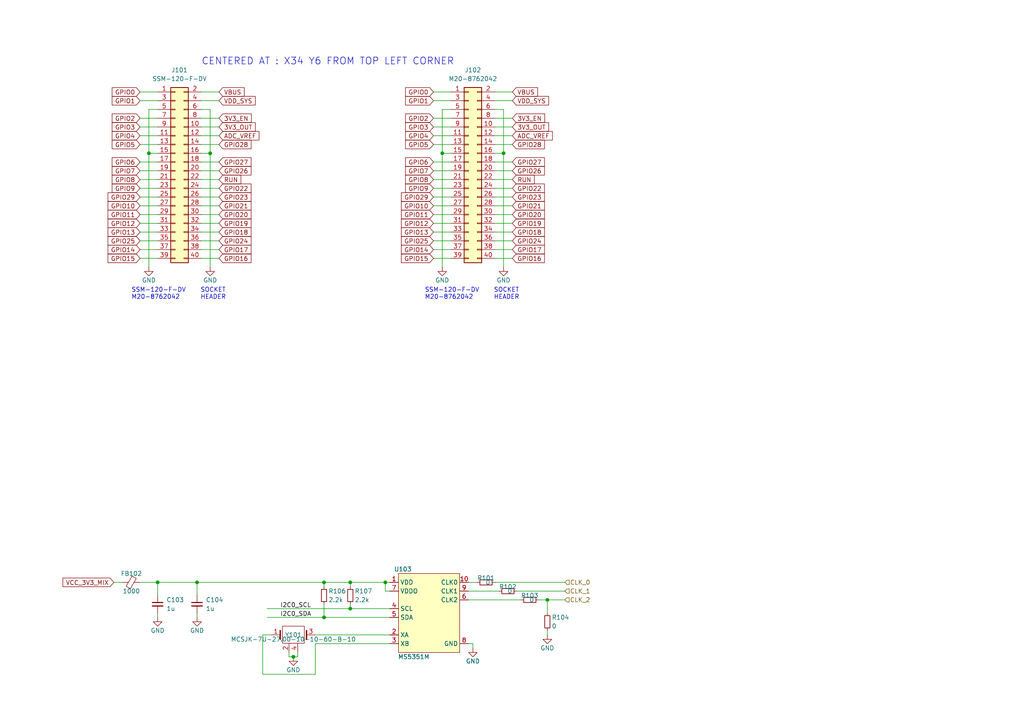
<source format=kicad_sch>
(kicad_sch (version 20211123) (generator eeschema)
  (paper "A4")
  (lib_symbols
    (symbol "Connector_Generic:Conn_02x20_Odd_Even" (pin_names (offset 1.016) hide)
      (property "Reference" "J" (at 1.27 25.4 0))
      (property "Value" "Conn_02x20_Odd_Even" (at 1.27 -27.94 0))
      (symbol "Conn_02x20_Odd_Even_1_1"
        (rectangle (start -1.27 -25.273) (end 0 -25.527) (stroke (width 0.1524)))
        (rectangle (start -1.27 -22.733) (end 0 -22.987) (stroke (width 0.1524)))
        (rectangle (start -1.27 -20.193) (end 0 -20.447) (stroke (width 0.1524)))
        (rectangle (start -1.27 -17.653) (end 0 -17.907) (stroke (width 0.1524)))
        (rectangle (start -1.27 -15.113) (end 0 -15.367) (stroke (width 0.1524)))
        (rectangle (start -1.27 -12.573) (end 0 -12.827) (stroke (width 0.1524)))
        (rectangle (start -1.27 -10.033) (end 0 -10.287) (stroke (width 0.1524)))
        (rectangle (start -1.27 -7.493) (end 0 -7.747) (stroke (width 0.1524)))
        (rectangle (start -1.27 -4.953) (end 0 -5.207) (stroke (width 0.1524)))
        (rectangle (start -1.27 -2.413) (end 0 -2.667) (stroke (width 0.1524)))
        (rectangle (start -1.27 0.127) (end 0 -0.127) (stroke (width 0.1524)))
        (rectangle (start -1.27 2.667) (end 0 2.413) (stroke (width 0.1524)))
        (rectangle (start -1.27 5.207) (end 0 4.953) (stroke (width 0.1524)))
        (rectangle (start -1.27 7.747) (end 0 7.493) (stroke (width 0.1524)))
        (rectangle (start -1.27 10.287) (end 0 10.033) (stroke (width 0.1524)))
        (rectangle (start -1.27 12.827) (end 0 12.573) (stroke (width 0.1524)))
        (rectangle (start -1.27 15.367) (end 0 15.113) (stroke (width 0.1524)))
        (rectangle (start -1.27 17.907) (end 0 17.653) (stroke (width 0.1524)))
        (rectangle (start -1.27 20.447) (end 0 20.193) (stroke (width 0.1524)))
        (rectangle (start -1.27 22.987) (end 0 22.733) (stroke (width 0.1524)))
        (rectangle (start -1.27 24.13) (end 3.81 -26.67) (stroke (width 0.254)) (fill (type background)))
        (rectangle (start 3.81 -25.273) (end 2.54 -25.527) (stroke (width 0.1524)))
        (rectangle (start 3.81 -22.733) (end 2.54 -22.987) (stroke (width 0.1524)))
        (rectangle (start 3.81 -20.193) (end 2.54 -20.447) (stroke (width 0.1524)))
        (rectangle (start 3.81 -17.653) (end 2.54 -17.907) (stroke (width 0.1524)))
        (rectangle (start 3.81 -15.113) (end 2.54 -15.367) (stroke (width 0.1524)))
        (rectangle (start 3.81 -12.573) (end 2.54 -12.827) (stroke (width 0.1524)))
        (rectangle (start 3.81 -10.033) (end 2.54 -10.287) (stroke (width 0.1524)))
        (rectangle (start 3.81 -7.493) (end 2.54 -7.747) (stroke (width 0.1524)))
        (rectangle (start 3.81 -4.953) (end 2.54 -5.207) (stroke (width 0.1524)))
        (rectangle (start 3.81 -2.413) (end 2.54 -2.667) (stroke (width 0.1524)))
        (rectangle (start 3.81 0.127) (end 2.54 -0.127) (stroke (width 0.1524)))
        (rectangle (start 3.81 2.667) (end 2.54 2.413) (stroke (width 0.1524)))
        (rectangle (start 3.81 5.207) (end 2.54 4.953) (stroke (width 0.1524)))
        (rectangle (start 3.81 7.747) (end 2.54 7.493) (stroke (width 0.1524)))
        (rectangle (start 3.81 10.287) (end 2.54 10.033) (stroke (width 0.1524)))
        (rectangle (start 3.81 12.827) (end 2.54 12.573) (stroke (width 0.1524)))
        (rectangle (start 3.81 15.367) (end 2.54 15.113) (stroke (width 0.1524)))
        (rectangle (start 3.81 17.907) (end 2.54 17.653) (stroke (width 0.1524)))
        (rectangle (start 3.81 20.447) (end 2.54 20.193) (stroke (width 0.1524)))
        (rectangle (start 3.81 22.987) (end 2.54 22.733) (stroke (width 0.1524)))
        (pin passive line (at -5.08 22.86 0) (length 3.81) (name "Pin_1") (number "1"))
        (pin passive line (at 7.62 12.7 180) (length 3.81) (name "Pin_10") (number "10"))
        (pin passive line (at -5.08 10.16 0) (length 3.81) (name "Pin_11") (number "11"))
        (pin passive line (at 7.62 10.16 180) (length 3.81) (name "Pin_12") (number "12"))
        (pin passive line (at -5.08 7.62 0) (length 3.81) (name "Pin_13") (number "13"))
        (pin passive line (at 7.62 7.62 180) (length 3.81) (name "Pin_14") (number "14"))
        (pin passive line (at -5.08 5.08 0) (length 3.81) (name "Pin_15") (number "15"))
        (pin passive line (at 7.62 5.08 180) (length 3.81) (name "Pin_16") (number "16"))
        (pin passive line (at -5.08 2.54 0) (length 3.81) (name "Pin_17") (number "17"))
        (pin passive line (at 7.62 2.54 180) (length 3.81) (name "Pin_18") (number "18"))
        (pin passive line (at -5.08 0 0) (length 3.81) (name "Pin_19") (number "19"))
        (pin passive line (at 7.62 22.86 180) (length 3.81) (name "Pin_2") (number "2"))
        (pin passive line (at 7.62 0 180) (length 3.81) (name "Pin_20") (number "20"))
        (pin passive line (at -5.08 -2.54 0) (length 3.81) (name "Pin_21") (number "21"))
        (pin passive line (at 7.62 -2.54 180) (length 3.81) (name "Pin_22") (number "22"))
        (pin passive line (at -5.08 -5.08 0) (length 3.81) (name "Pin_23") (number "23"))
        (pin passive line (at 7.62 -5.08 180) (length 3.81) (name "Pin_24") (number "24"))
        (pin passive line (at -5.08 -7.62 0) (length 3.81) (name "Pin_25") (number "25"))
        (pin passive line (at 7.62 -7.62 180) (length 3.81) (name "Pin_26") (number "26"))
        (pin passive line (at -5.08 -10.16 0) (length 3.81) (name "Pin_27") (number "27"))
        (pin passive line (at 7.62 -10.16 180) (length 3.81) (name "Pin_28") (number "28"))
        (pin passive line (at -5.08 -12.7 0) (length 3.81) (name "Pin_29") (number "29"))
        (pin passive line (at -5.08 20.32 0) (length 3.81) (name "Pin_3") (number "3"))
        (pin passive line (at 7.62 -12.7 180) (length 3.81) (name "Pin_30") (number "30"))
        (pin passive line (at -5.08 -15.24 0) (length 3.81) (name "Pin_31") (number "31"))
        (pin passive line (at 7.62 -15.24 180) (length 3.81) (name "Pin_32") (number "32"))
        (pin passive line (at -5.08 -17.78 0) (length 3.81) (name "Pin_33") (number "33"))
        (pin passive line (at 7.62 -17.78 180) (length 3.81) (name "Pin_34") (number "34"))
        (pin passive line (at -5.08 -20.32 0) (length 3.81) (name "Pin_35") (number "35"))
        (pin passive line (at 7.62 -20.32 180) (length 3.81) (name "Pin_36") (number "36"))
        (pin passive line (at -5.08 -22.86 0) (length 3.81) (name "Pin_37") (number "37"))
        (pin passive line (at 7.62 -22.86 180) (length 3.81) (name "Pin_38") (number "38"))
        (pin passive line (at -5.08 -25.4 0) (length 3.81) (name "Pin_39") (number "39"))
        (pin passive line (at 7.62 20.32 180) (length 3.81) (name "Pin_4") (number "4"))
        (pin passive line (at 7.62 -25.4 180) (length 3.81) (name "Pin_40") (number "40"))
        (pin passive line (at -5.08 17.78 0) (length 3.81) (name "Pin_5") (number "5"))
        (pin passive line (at 7.62 17.78 180) (length 3.81) (name "Pin_6") (number "6"))
        (pin passive line (at -5.08 15.24 0) (length 3.81) (name "Pin_7") (number "7"))
        (pin passive line (at 7.62 15.24 180) (length 3.81) (name "Pin_8") (number "8"))
        (pin passive line (at -5.08 12.7 0) (length 3.81) (name "Pin_9") (number "9"))
      )
    )
    (symbol "Device:C_Small" (pin_numbers hide) (pin_names (offset 0.254) hide)
      (property "Reference" "C" (at 0.254 1.778 0))
      (property "Value" "C_Small" (at 0.254 -2.032 0))
      (symbol "C_Small_0_1"
        (polyline (pts (xy -1.524 -0.508) (xy 1.524 -0.508)) (stroke (width 0.3302)))
        (polyline (pts (xy -1.524 0.508) (xy 1.524 0.508)) (stroke (width 0.3048)))
      )
      (symbol "C_Small_1_1"
        (pin passive line (at 0 2.54 270) (length 2.032) (name "~") (number "1"))
        (pin passive line (at 0 -2.54 90) (length 2.032) (name "~") (number "2"))
      )
    )
    (symbol "Device:FerriteBead_Small" (pin_numbers hide) (pin_names (offset 0))
      (property "Reference" "FB" (at 1.905 1.27 0))
      (property "Value" "FerriteBead_Small" (at 1.905 -1.27 0))
      (symbol "FerriteBead_Small_0_1"
        (polyline (pts (xy 0 -1.27) (xy 0 -0.7874)))
        (polyline (pts (xy 0 0.889) (xy 0 1.2954)))
        (polyline (pts (xy -1.8288 0.2794) (xy -1.1176 1.4986) (xy 1.8288 -0.2032) (xy 1.1176 -1.4224) (xy -1.8288 0.2794)))
      )
      (symbol "FerriteBead_Small_1_1"
        (pin passive line (at 0 2.54 270) (length 1.27) (name "~") (number "1"))
        (pin passive line (at 0 -2.54 90) (length 1.27) (name "~") (number "2"))
      )
    )
    (symbol "Device:R_Small" (pin_numbers hide) (pin_names (offset 0.254) hide)
      (property "Reference" "R" (at 0.762 0.508 0))
      (property "Value" "R_Small" (at 0.762 -1.016 0))
      (symbol "R_Small_0_1"
        (rectangle (start -0.762 1.778) (end 0.762 -1.778) (stroke (width 0.2032)))
      )
      (symbol "R_Small_1_1"
        (pin passive line (at 0 2.54 270) (length 0.762) (name "~") (number "1"))
        (pin passive line (at 0 -2.54 90) (length 0.762) (name "~") (number "2"))
      )
    )
    (symbol "parts:MCSJK-7U-27.00-10-10-60-B-10"
      (property "Reference" "Y" (at 0 6.35 0))
      (property "Value" "MCSJK-7U-27.00-10-10-60-B-10" (at -1.27 3.81 0))
      (symbol "MCSJK-7U-27.00-10-10-60-B-10_0_1"
        (rectangle (start -3.175 2.54) (end 3.175 -2.413))
        (polyline (pts (xy -3.81 -1.27) (xy -3.81 1.27)) (stroke (width 0.381)))
        (polyline (pts (xy 3.81 -1.27) (xy 3.81 1.27)) (stroke (width 0.381)))
      )
      (symbol "MCSJK-7U-27.00-10-10-60-B-10_1_1"
        (pin passive line (at -6.35 0 0) (length 2.54) (name "") (number "1"))
        (pin passive line (at -1.27 -5.08 90) (length 2.54) (name "") (number "2"))
        (pin passive line (at 6.35 0 180) (length 2.54) (name "") (number "3"))
        (pin passive line (at 1.27 -5.08 90) (length 2.54) (name "") (number "4"))
      )
    )
    (symbol "parts:MS5351M"
      (property "Reference" "U" (at 1.27 3.81 0))
      (property "Value" "MS5351M" (at 12.7 3.81 0))
      (symbol "MS5351M_0_1"
        (rectangle (start 0 2.54) (end 17.78 -20.32) (fill (type background)))
      )
      (symbol "MS5351M_1_1"
        (pin input line (at -2.54 0 0) (length 2.54) (name "VDD") (number "1"))
        (pin input line (at 20.32 0 180) (length 2.54) (name "CLK0") (number "10"))
        (pin input line (at -2.54 -15.24 0) (length 2.54) (name "XA") (number "2"))
        (pin input line (at -2.54 -17.78 0) (length 2.54) (name "XB") (number "3"))
        (pin input line (at -2.54 -7.62 0) (length 2.54) (name "SCL") (number "4"))
        (pin input line (at -2.54 -10.16 0) (length 2.54) (name "SDA") (number "5"))
        (pin input line (at 20.32 -5.08 180) (length 2.54) (name "CLK2") (number "6"))
        (pin input line (at -2.54 -2.54 0) (length 2.54) (name "VDDO") (number "7"))
        (pin input line (at 20.32 -17.78 180) (length 2.54) (name "GND") (number "8"))
        (pin input line (at 20.32 -2.54 180) (length 2.54) (name "CLK1") (number "9"))
      )
    )
    (symbol "power:GND" (power) (pin_names (offset 0))
      (property "Value" "GND" (at 0 -3.81 0))
      (symbol "GND_0_1"
        (polyline (pts (xy 0 0) (xy 0 -1.27) (xy 1.27 -1.27) (xy 0 -2.54) (xy -1.27 -1.27) (xy 0 -1.27)))
      )
      (symbol "GND_1_1"
        (pin power_in line (at 0 0 270) (length 0) hide (name "GND") (number "1"))
      )
    )
  )
  (junction (at 85.09 190.5))
  (junction (at 60.96 44.45))
  (junction (at 93.98 168.91))
  (junction (at 57.15 168.91))
  (junction (at 43.18 44.45))
  (junction (at 45.72 168.91))
  (junction (at 128.27 44.45))
  (junction (at 101.6 168.91))
  (junction (at 101.6 176.53))
  (junction (at 158.75 173.99))
  (junction (at 93.98 179.07))
  (junction (at 146.05 44.45))
  (junction (at 111.76 168.91))
  (wire (pts (xy 33.02 168.91) (xy 35.56 168.91)))
  (wire (pts (xy 93.98 175.26) (xy 93.98 179.07)))
  (wire (pts (xy 158.75 173.99) (xy 158.75 177.8)))
  (wire (pts (xy 40.64 67.31) (xy 45.72 67.31)))
  (wire (pts (xy 101.6 176.53) (xy 113.03 176.53)))
  (wire (pts (xy 146.05 44.45) (xy 146.05 77.47)))
  (wire (pts (xy 101.6 168.91) (xy 101.6 170.18)))
  (wire (pts (xy 85.09 190.5) (xy 86.36 190.5)))
  (wire (pts (xy 77.47 179.07) (xy 93.98 179.07)))
  (wire (pts (xy 40.64 168.91) (xy 45.72 168.91)))
  (wire (pts (xy 143.51 62.23) (xy 148.59 62.23)))
  (wire (pts (xy 83.82 190.5) (xy 85.09 190.5)))
  (wire (pts (xy 45.72 168.91) (xy 45.72 172.72)))
  (wire (pts (xy 125.73 26.67) (xy 130.81 26.67)))
  (wire (pts (xy 77.47 176.53) (xy 101.6 176.53)))
  (wire (pts (xy 143.51 36.83) (xy 148.59 36.83)))
  (wire (pts (xy 58.42 36.83) (xy 63.5 36.83)))
  (wire (pts (xy 125.73 52.07) (xy 130.81 52.07)))
  (wire (pts (xy 58.42 67.31) (xy 63.5 67.31)))
  (wire (pts (xy 149.86 171.45) (xy 163.83 171.45)))
  (wire (pts (xy 125.73 54.61) (xy 130.81 54.61)))
  (wire (pts (xy 143.51 52.07) (xy 148.59 52.07)))
  (wire (pts (xy 78.74 184.15) (xy 76.2 184.15)))
  (wire (pts (xy 58.42 69.85) (xy 63.5 69.85)))
  (wire (pts (xy 40.64 52.07) (xy 45.72 52.07)))
  (wire (pts (xy 40.64 34.29) (xy 45.72 34.29)))
  (wire (pts (xy 143.51 39.37) (xy 148.59 39.37)))
  (wire (pts (xy 143.51 31.75) (xy 146.05 31.75)))
  (wire (pts (xy 143.51 46.99) (xy 148.59 46.99)))
  (wire (pts (xy 58.42 64.77) (xy 63.5 64.77)))
  (wire (pts (xy 58.42 62.23) (xy 63.5 62.23)))
  (wire (pts (xy 135.89 168.91) (xy 138.43 168.91)))
  (wire (pts (xy 58.42 74.93) (xy 63.5 74.93)))
  (wire (pts (xy 40.64 29.21) (xy 45.72 29.21)))
  (wire (pts (xy 43.18 44.45) (xy 43.18 31.75)))
  (wire (pts (xy 125.73 36.83) (xy 130.81 36.83)))
  (wire (pts (xy 113.03 171.45) (xy 111.76 171.45)))
  (wire (pts (xy 40.64 72.39) (xy 45.72 72.39)))
  (wire (pts (xy 76.2 195.58) (xy 91.44 195.58)))
  (wire (pts (xy 156.21 173.99) (xy 158.75 173.99)))
  (wire (pts (xy 40.64 74.93) (xy 45.72 74.93)))
  (wire (pts (xy 137.16 186.69) (xy 137.16 187.96)))
  (wire (pts (xy 101.6 168.91) (xy 111.76 168.91)))
  (wire (pts (xy 143.51 41.91) (xy 148.59 41.91)))
  (wire (pts (xy 111.76 171.45) (xy 111.76 168.91)))
  (wire (pts (xy 101.6 175.26) (xy 101.6 176.53)))
  (wire (pts (xy 57.15 177.8) (xy 57.15 179.07)))
  (wire (pts (xy 125.73 67.31) (xy 130.81 67.31)))
  (wire (pts (xy 57.15 168.91) (xy 57.15 172.72)))
  (wire (pts (xy 40.64 62.23) (xy 45.72 62.23)))
  (wire (pts (xy 58.42 49.53) (xy 63.5 49.53)))
  (wire (pts (xy 93.98 179.07) (xy 113.03 179.07)))
  (wire (pts (xy 58.42 39.37) (xy 63.5 39.37)))
  (wire (pts (xy 158.75 173.99) (xy 163.83 173.99)))
  (wire (pts (xy 158.75 182.88) (xy 158.75 184.15)))
  (wire (pts (xy 143.51 67.31) (xy 148.59 67.31)))
  (wire (pts (xy 40.64 59.69) (xy 45.72 59.69)))
  (wire (pts (xy 143.51 26.67) (xy 148.59 26.67)))
  (wire (pts (xy 40.64 54.61) (xy 45.72 54.61)))
  (wire (pts (xy 40.64 26.67) (xy 45.72 26.67)))
  (wire (pts (xy 93.98 168.91) (xy 101.6 168.91)))
  (wire (pts (xy 125.73 74.93) (xy 130.81 74.93)))
  (wire (pts (xy 58.42 44.45) (xy 60.96 44.45)))
  (wire (pts (xy 128.27 31.75) (xy 130.81 31.75)))
  (wire (pts (xy 135.89 173.99) (xy 151.13 173.99)))
  (wire (pts (xy 125.73 69.85) (xy 130.81 69.85)))
  (wire (pts (xy 76.2 184.15) (xy 76.2 195.58)))
  (wire (pts (xy 125.73 72.39) (xy 130.81 72.39)))
  (wire (pts (xy 143.51 59.69) (xy 148.59 59.69)))
  (wire (pts (xy 58.42 29.21) (xy 63.5 29.21)))
  (wire (pts (xy 125.73 57.15) (xy 130.81 57.15)))
  (wire (pts (xy 58.42 57.15) (xy 63.5 57.15)))
  (wire (pts (xy 143.51 34.29) (xy 148.59 34.29)))
  (wire (pts (xy 86.36 189.23) (xy 86.36 190.5)))
  (wire (pts (xy 125.73 34.29) (xy 130.81 34.29)))
  (wire (pts (xy 143.51 57.15) (xy 148.59 57.15)))
  (wire (pts (xy 83.82 189.23) (xy 83.82 190.5)))
  (wire (pts (xy 43.18 31.75) (xy 45.72 31.75)))
  (wire (pts (xy 125.73 49.53) (xy 130.81 49.53)))
  (wire (pts (xy 40.64 46.99) (xy 45.72 46.99)))
  (wire (pts (xy 40.64 36.83) (xy 45.72 36.83)))
  (wire (pts (xy 58.42 31.75) (xy 60.96 31.75)))
  (wire (pts (xy 125.73 46.99) (xy 130.81 46.99)))
  (wire (pts (xy 135.89 186.69) (xy 137.16 186.69)))
  (wire (pts (xy 58.42 52.07) (xy 63.5 52.07)))
  (wire (pts (xy 135.89 171.45) (xy 144.78 171.45)))
  (wire (pts (xy 125.73 41.91) (xy 130.81 41.91)))
  (wire (pts (xy 58.42 46.99) (xy 63.5 46.99)))
  (wire (pts (xy 40.64 39.37) (xy 45.72 39.37)))
  (wire (pts (xy 60.96 31.75) (xy 60.96 44.45)))
  (wire (pts (xy 91.44 186.69) (xy 113.03 186.69)))
  (wire (pts (xy 143.51 49.53) (xy 148.59 49.53)))
  (wire (pts (xy 143.51 72.39) (xy 148.59 72.39)))
  (wire (pts (xy 60.96 44.45) (xy 60.96 77.47)))
  (wire (pts (xy 58.42 54.61) (xy 63.5 54.61)))
  (wire (pts (xy 58.42 26.67) (xy 63.5 26.67)))
  (wire (pts (xy 125.73 39.37) (xy 130.81 39.37)))
  (wire (pts (xy 143.51 54.61) (xy 148.59 54.61)))
  (wire (pts (xy 143.51 44.45) (xy 146.05 44.45)))
  (wire (pts (xy 58.42 34.29) (xy 63.5 34.29)))
  (wire (pts (xy 40.64 64.77) (xy 45.72 64.77)))
  (wire (pts (xy 143.51 64.77) (xy 148.59 64.77)))
  (wire (pts (xy 45.72 177.8) (xy 45.72 179.07)))
  (wire (pts (xy 57.15 168.91) (xy 93.98 168.91)))
  (wire (pts (xy 58.42 41.91) (xy 63.5 41.91)))
  (wire (pts (xy 146.05 31.75) (xy 146.05 44.45)))
  (wire (pts (xy 125.73 64.77) (xy 130.81 64.77)))
  (wire (pts (xy 43.18 44.45) (xy 45.72 44.45)))
  (wire (pts (xy 143.51 74.93) (xy 148.59 74.93)))
  (wire (pts (xy 128.27 44.45) (xy 130.81 44.45)))
  (wire (pts (xy 91.44 184.15) (xy 113.03 184.15)))
  (wire (pts (xy 45.72 168.91) (xy 57.15 168.91)))
  (wire (pts (xy 111.76 168.91) (xy 113.03 168.91)))
  (wire (pts (xy 125.73 59.69) (xy 130.81 59.69)))
  (wire (pts (xy 125.73 62.23) (xy 130.81 62.23)))
  (wire (pts (xy 125.73 29.21) (xy 130.81 29.21)))
  (wire (pts (xy 40.64 57.15) (xy 45.72 57.15)))
  (wire (pts (xy 143.51 69.85) (xy 148.59 69.85)))
  (wire (pts (xy 40.64 69.85) (xy 45.72 69.85)))
  (wire (pts (xy 43.18 44.45) (xy 43.18 77.47)))
  (wire (pts (xy 40.64 49.53) (xy 45.72 49.53)))
  (wire (pts (xy 40.64 41.91) (xy 45.72 41.91)))
  (wire (pts (xy 93.98 168.91) (xy 93.98 170.18)))
  (wire (pts (xy 143.51 168.91) (xy 163.83 168.91)))
  (wire (pts (xy 128.27 44.45) (xy 128.27 77.47)))
  (wire (pts (xy 143.51 29.21) (xy 148.59 29.21)))
  (wire (pts (xy 58.42 72.39) (xy 63.5 72.39)))
  (wire (pts (xy 58.42 59.69) (xy 63.5 59.69)))
  (wire (pts (xy 128.27 44.45) (xy 128.27 31.75)))
  (wire (pts (xy 91.44 195.58) (xy 91.44 186.69)))
  (text "SSM-120-F-DV	SOCKET\nM20-8762042		HEADER" (at 38.1 86.995 0) (effects (font (size 1.27 1.27)) (justify left bottom)))
  (text "SSM-120-F-DV	SOCKET\nM20-8762042		HEADER" (at 123.19 86.995 0) (effects (font (size 1.27 1.27)) (justify left bottom)))
  (text "CENTERED AT : X34 Y6 FROM TOP LEFT CORNER" (at 58.42 19.05 0) (effects (font (size 2 2)) (justify left bottom)))
  (label "I2C0_SDA" (at 81.28 179.07 0))
  (label "I2C0_SCL" (at 81.28 176.53 0))
  (global_label "GPIO23" (shape input) (at 148.59 57.15 0) (property "Intersheet References" "${INTERSHEET_REFS}" (effects hide)))
  (global_label "GPIO6" (shape input) (at 125.73 46.99 180) (property "Intersheet References" "${INTERSHEET_REFS}" (effects hide)))
  (global_label "GPIO13" (shape input) (at 125.73 67.31 180) (property "Intersheet References" "${INTERSHEET_REFS}" (effects hide)))
  (global_label "GPIO1" (shape input) (at 125.73 29.21 180) (property "Intersheet References" "${INTERSHEET_REFS}" (effects hide)))
  (global_label "GPIO14" (shape input) (at 125.73 72.39 180) (property "Intersheet References" "${INTERSHEET_REFS}" (effects hide)))
  (global_label "GPIO28" (shape input) (at 148.59 41.91 0) (property "Intersheet References" "${INTERSHEET_REFS}" (effects hide)))
  (global_label "GPIO9" (shape input) (at 40.64 54.61 180) (property "Intersheet References" "${INTERSHEET_REFS}" (effects hide)))
  (global_label "GPIO12" (shape input) (at 40.64 64.77 180) (property "Intersheet References" "${INTERSHEET_REFS}" (effects hide)))
  (global_label "GPIO5" (shape input) (at 40.64 41.91 180) (property "Intersheet References" "${INTERSHEET_REFS}" (effects hide)))
  (global_label "GPIO4" (shape input) (at 40.64 39.37 180) (property "Intersheet References" "${INTERSHEET_REFS}" (effects hide)))
  (global_label "GPIO4" (shape input) (at 125.73 39.37 180) (property "Intersheet References" "${INTERSHEET_REFS}" (effects hide)))
  (global_label "GPIO26" (shape input) (at 63.5 49.53 0) (property "Intersheet References" "${INTERSHEET_REFS}" (effects hide)))
  (global_label "VBUS" (shape input) (at 63.5 26.67 0) (property "Intersheet References" "${INTERSHEET_REFS}" (effects hide)))
  (global_label "GPIO9" (shape input) (at 125.73 54.61 180) (property "Intersheet References" "${INTERSHEET_REFS}" (effects hide)))
  (global_label "GPIO25" (shape input) (at 125.73 69.85 180) (property "Intersheet References" "${INTERSHEET_REFS}" (effects hide)))
  (global_label "GPIO1" (shape input) (at 40.64 29.21 180) (property "Intersheet References" "${INTERSHEET_REFS}" (effects hide)))
  (global_label "GPIO15" (shape input) (at 125.73 74.93 180) (property "Intersheet References" "${INTERSHEET_REFS}" (effects hide)))
  (global_label "GPIO27" (shape input) (at 63.5 46.99 0) (property "Intersheet References" "${INTERSHEET_REFS}" (effects hide)))
  (global_label "GPIO29" (shape input) (at 40.64 57.15 180) (property "Intersheet References" "${INTERSHEET_REFS}" (effects hide)))
  (global_label "3V3_EN" (shape input) (at 63.5 34.29 0) (property "Intersheet References" "${INTERSHEET_REFS}" (effects hide)))
  (global_label "GPIO10" (shape input) (at 125.73 59.69 180) (property "Intersheet References" "${INTERSHEET_REFS}" (effects hide)))
  (global_label "VBUS" (shape input) (at 148.59 26.67 0) (property "Intersheet References" "${INTERSHEET_REFS}" (effects hide)))
  (global_label "GPIO0" (shape input) (at 40.64 26.67 180) (property "Intersheet References" "${INTERSHEET_REFS}" (effects hide)))
  (global_label "GPIO18" (shape input) (at 63.5 67.31 0) (property "Intersheet References" "${INTERSHEET_REFS}" (effects hide)))
  (global_label "RUN" (shape input) (at 63.5 52.07 0) (property "Intersheet References" "${INTERSHEET_REFS}" (effects hide)))
  (global_label "GPIO13" (shape input) (at 40.64 67.31 180) (property "Intersheet References" "${INTERSHEET_REFS}" (effects hide)))
  (global_label "RUN" (shape input) (at 148.59 52.07 0) (property "Intersheet References" "${INTERSHEET_REFS}" (effects hide)))
  (global_label "GPIO17" (shape input) (at 63.5 72.39 0) (property "Intersheet References" "${INTERSHEET_REFS}" (effects hide)))
  (global_label "GPIO5" (shape input) (at 125.73 41.91 180) (property "Intersheet References" "${INTERSHEET_REFS}" (effects hide)))
  (global_label "ADC_VREF" (shape input) (at 63.5 39.37 0) (property "Intersheet References" "${INTERSHEET_REFS}" (effects hide)))
  (global_label "GPIO14" (shape input) (at 40.64 72.39 180) (property "Intersheet References" "${INTERSHEET_REFS}" (effects hide)))
  (global_label "VDD_SYS" (shape input) (at 148.59 29.21 0) (property "Intersheet References" "${INTERSHEET_REFS}" (effects hide)))
  (global_label "GPIO16" (shape input) (at 148.59 74.93 0) (property "Intersheet References" "${INTERSHEET_REFS}" (effects hide)))
  (global_label "GPIO3" (shape input) (at 40.64 36.83 180) (property "Intersheet References" "${INTERSHEET_REFS}" (effects hide)))
  (global_label "GPIO19" (shape input) (at 63.5 64.77 0) (property "Intersheet References" "${INTERSHEET_REFS}" (effects hide)))
  (global_label "VCC_3V3_MIX" (shape input) (at 33.02 168.91 180) (property "Intersheet References" "${INTERSHEET_REFS}" (effects hide)))
  (global_label "GPIO23" (shape input) (at 63.5 57.15 0) (property "Intersheet References" "${INTERSHEET_REFS}" (effects hide)))
  (global_label "GPIO7" (shape input) (at 125.73 49.53 180) (property "Intersheet References" "${INTERSHEET_REFS}" (effects hide)))
  (global_label "GPIO2" (shape input) (at 40.64 34.29 180) (property "Intersheet References" "${INTERSHEET_REFS}" (effects hide)))
  (global_label "VDD_SYS" (shape input) (at 63.5 29.21 0) (property "Intersheet References" "${INTERSHEET_REFS}" (effects hide)))
  (global_label "GPIO15" (shape input) (at 40.64 74.93 180) (property "Intersheet References" "${INTERSHEET_REFS}" (effects hide)))
  (global_label "GPIO3" (shape input) (at 125.73 36.83 180) (property "Intersheet References" "${INTERSHEET_REFS}" (effects hide)))
  (global_label "3V3_OUT" (shape input) (at 63.5 36.83 0) (property "Intersheet References" "${INTERSHEET_REFS}" (effects hide)))
  (global_label "GPIO17" (shape input) (at 148.59 72.39 0) (property "Intersheet References" "${INTERSHEET_REFS}" (effects hide)))
  (global_label "GPIO20" (shape input) (at 63.5 62.23 0) (property "Intersheet References" "${INTERSHEET_REFS}" (effects hide)))
  (global_label "GPIO2" (shape input) (at 125.73 34.29 180) (property "Intersheet References" "${INTERSHEET_REFS}" (effects hide)))
  (global_label "GPIO27" (shape input) (at 148.59 46.99 0) (property "Intersheet References" "${INTERSHEET_REFS}" (effects hide)))
  (global_label "GPIO22" (shape input) (at 63.5 54.61 0) (property "Intersheet References" "${INTERSHEET_REFS}" (effects hide)))
  (global_label "GPIO11" (shape input) (at 40.64 62.23 180) (property "Intersheet References" "${INTERSHEET_REFS}" (effects hide)))
  (global_label "3V3_OUT" (shape input) (at 148.59 36.83 0) (property "Intersheet References" "${INTERSHEET_REFS}" (effects hide)))
  (global_label "GPIO24" (shape input) (at 148.59 69.85 0) (property "Intersheet References" "${INTERSHEET_REFS}" (effects hide)))
  (global_label "GPIO8" (shape input) (at 40.64 52.07 180) (property "Intersheet References" "${INTERSHEET_REFS}" (effects hide)))
  (global_label "GPIO11" (shape input) (at 125.73 62.23 180) (property "Intersheet References" "${INTERSHEET_REFS}" (effects hide)))
  (global_label "GPIO6" (shape input) (at 40.64 46.99 180) (property "Intersheet References" "${INTERSHEET_REFS}" (effects hide)))
  (global_label "GPIO24" (shape input) (at 63.5 69.85 0) (property "Intersheet References" "${INTERSHEET_REFS}" (effects hide)))
  (global_label "GPIO21" (shape input) (at 148.59 59.69 0) (property "Intersheet References" "${INTERSHEET_REFS}" (effects hide)))
  (global_label "GPIO10" (shape input) (at 40.64 59.69 180) (property "Intersheet References" "${INTERSHEET_REFS}" (effects hide)))
  (global_label "ADC_VREF" (shape input) (at 148.59 39.37 0) (property "Intersheet References" "${INTERSHEET_REFS}" (effects hide)))
  (global_label "GPIO25" (shape input) (at 40.64 69.85 180) (property "Intersheet References" "${INTERSHEET_REFS}" (effects hide)))
  (global_label "GPIO22" (shape input) (at 148.59 54.61 0) (property "Intersheet References" "${INTERSHEET_REFS}" (effects hide)))
  (global_label "3V3_EN" (shape input) (at 148.59 34.29 0) (property "Intersheet References" "${INTERSHEET_REFS}" (effects hide)))
  (global_label "GPIO12" (shape input) (at 125.73 64.77 180) (property "Intersheet References" "${INTERSHEET_REFS}" (effects hide)))
  (global_label "GPIO19" (shape input) (at 148.59 64.77 0) (property "Intersheet References" "${INTERSHEET_REFS}" (effects hide)))
  (global_label "GPIO29" (shape input) (at 125.73 57.15 180) (property "Intersheet References" "${INTERSHEET_REFS}" (effects hide)))
  (global_label "GPIO21" (shape input) (at 63.5 59.69 0) (property "Intersheet References" "${INTERSHEET_REFS}" (effects hide)))
  (global_label "GPIO0" (shape input) (at 125.73 26.67 180) (property "Intersheet References" "${INTERSHEET_REFS}" (effects hide)))
  (global_label "GPIO18" (shape input) (at 148.59 67.31 0) (property "Intersheet References" "${INTERSHEET_REFS}" (effects hide)))
  (global_label "GPIO26" (shape input) (at 148.59 49.53 0) (property "Intersheet References" "${INTERSHEET_REFS}" (effects hide)))
  (global_label "GPIO7" (shape input) (at 40.64 49.53 180) (property "Intersheet References" "${INTERSHEET_REFS}" (effects hide)))
  (global_label "GPIO16" (shape input) (at 63.5 74.93 0) (property "Intersheet References" "${INTERSHEET_REFS}" (effects hide)))
  (global_label "GPIO28" (shape input) (at 63.5 41.91 0) (property "Intersheet References" "${INTERSHEET_REFS}" (effects hide)))
  (global_label "GPIO20" (shape input) (at 148.59 62.23 0) (property "Intersheet References" "${INTERSHEET_REFS}" (effects hide)))
  (global_label "GPIO8" (shape input) (at 125.73 52.07 180) (property "Intersheet References" "${INTERSHEET_REFS}" (effects hide)))
  (hierarchical_label "CLK_1" (shape input) (at 163.83 171.45 0))
  (hierarchical_label "CLK_2" (shape input) (at 163.83 173.99 0))
  (hierarchical_label "CLK_0" (shape input) (at 163.83 168.91 0))
  (symbol (lib_id "Connector_Generic:Conn_02x20_Odd_Even") (at 50.8 49.53 0) (unit 1)
    (property "Reference" "J101" (at 52.07 20.32 0))
    (property "Value" "SSM-120-F-DV" (at 52.07 22.86 0))
    (property "Footprint" "Connector_PinSocket_2.54mm:PinSocket_2x20_P2.54mm_Vertical_SMD" (effects hide))
  )
  (symbol (lib_id "power:GND") (at 85.09 190.5 0) (unit 1)
    (property "Reference" "#PWR?" (effects hide))
    (property "Value" "GND" (at 85.09 194.31 0))
  )
  (symbol (lib_id "Device:R_Small") (at 101.6 172.72 0) (unit 1)
    (property "Reference" "R107" (at 102.87 171.45 0) (effects (justify left)))
    (property "Value" "2.2k" (at 102.87 173.99 0) (effects (justify left)))
    (property "Footprint" "Resistor_SMD:R_0805_2012Metric_Pad1.20x1.40mm_HandSolder" (effects hide))
  )
  (symbol (lib_id "power:GND") (at 45.72 179.07 0) (unit 1)
    (property "Reference" "#PWR0106" (effects hide))
    (property "Value" "GND" (at 45.72 182.88 0))
  )
  (symbol (lib_id "Device:R_Small") (at 147.32 171.45 90) (unit 1)
    (property "Reference" "R102" (at 149.86 170.18 90) (effects (justify left)))
    (property "Value" "0" (at 148.59 171.45 90) (effects (justify left)))
    (property "Footprint" "Resistor_SMD:R_0805_2012Metric_Pad1.20x1.40mm_HandSolder" (effects hide))
  )
  (symbol (lib_id "power:GND") (at 146.05 77.47 0) (unit 1)
    (property "Reference" "#PWR0102" (effects hide))
    (property "Value" "GND" (at 146.05 81.28 0))
  )
  (symbol (lib_id "Device:R_Small") (at 153.67 173.99 90) (unit 1)
    (property "Reference" "R103" (at 156.21 172.72 90) (effects (justify left)))
    (property "Value" "0" (at 154.94 173.99 90) (effects (justify left)))
    (property "Footprint" "Resistor_SMD:R_0805_2012Metric_Pad1.20x1.40mm_HandSolder" (effects hide))
  )
  (symbol (lib_id "Device:R_Small") (at 158.75 180.34 0) (unit 1)
    (property "Reference" "R104" (at 160.02 179.07 0) (effects (justify left)))
    (property "Value" "0" (at 160.02 181.61 0) (effects (justify left)))
    (property "Footprint" "Resistor_SMD:R_0805_2012Metric_Pad1.20x1.40mm_HandSolder" (effects hide))
  )
  (symbol (lib_id "Device:R_Small") (at 140.97 168.91 90) (unit 1)
    (property "Reference" "R101" (at 143.51 167.64 90) (effects (justify left)))
    (property "Value" "0" (at 142.24 168.91 90) (effects (justify left)))
    (property "Footprint" "Resistor_SMD:R_0805_2012Metric_Pad1.20x1.40mm_HandSolder" (effects hide))
  )
  (symbol (lib_id "Device:C_Small") (at 57.15 175.26 0) (unit 1)
    (property "Reference" "C104" (at 59.69 173.99 0) (effects (justify left)))
    (property "Value" "1u" (at 59.69 176.53 0) (effects (justify left)))
    (property "Footprint" "Capacitor_SMD:C_0805_2012Metric" (effects hide))
  )
  (symbol (lib_id "power:GND") (at 137.16 187.96 0) (unit 1)
    (property "Reference" "#PWR0113" (effects hide))
    (property "Value" "GND" (at 137.16 191.77 0))
  )
  (symbol (lib_id "power:GND") (at 158.75 184.15 0) (unit 1)
    (property "Reference" "#PWR0105" (effects hide))
    (property "Value" "GND" (at 158.75 187.96 0))
  )
  (symbol (lib_id "power:GND") (at 128.27 77.47 0) (unit 1)
    (property "Reference" "#PWR0101" (effects hide))
    (property "Value" "GND" (at 128.27 81.28 0))
  )
  (symbol (lib_id "power:GND") (at 43.18 77.47 0) (unit 1)
    (property "Reference" "#PWR0103" (effects hide))
    (property "Value" "GND" (at 43.18 81.28 0))
  )
  (symbol (lib_id "Device:FerriteBead_Small") (at 38.1 168.91 90) (unit 1)
    (property "Reference" "FB102" (at 38.1 166.37 90))
    (property "Value" "1000" (at 38.1 171.45 90))
    (property "Footprint" "Inductor_SMD:L_0805_2012Metric_Pad1.05x1.20mm_HandSolder" (effects hide))
  )
  (symbol (lib_id "Connector_Generic:Conn_02x20_Odd_Even") (at 135.89 49.53 0) (unit 1)
    (property "Reference" "J102" (at 137.16 20.32 0))
    (property "Value" "M20-8762042" (at 137.16 22.86 0))
    (property "Footprint" "Connector_PinHeader_2.54mm:PinHeader_2x20_P2.54mm_Vertical_SMD" (effects hide))
  )
  (symbol (lib_id "parts:MS5351M") (at 115.57 168.91 0) (unit 1)
    (property "Reference" "U103" (at 116.84 165.1 0))
    (property "Value" "MS5351M" (at 120.015 190.5 0))
    (property "Footprint" "Package_SO:MSOP-10_3x3mm_P0.5mm" (effects hide))
  )
  (symbol (lib_id "power:GND") (at 60.96 77.47 0) (unit 1)
    (property "Reference" "#PWR0104" (effects hide))
    (property "Value" "GND" (at 60.96 81.28 0))
  )
  (symbol (lib_id "power:GND") (at 57.15 179.07 0) (unit 1)
    (property "Reference" "#PWR0107" (effects hide))
    (property "Value" "GND" (at 57.15 182.88 0))
  )
  (symbol (lib_id "Device:R_Small") (at 93.98 172.72 0) (unit 1)
    (property "Reference" "R106" (at 95.25 171.45 0) (effects (justify left)))
    (property "Value" "2.2k" (at 95.25 173.99 0) (effects (justify left)))
    (property "Footprint" "Resistor_SMD:R_0805_2012Metric_Pad1.20x1.40mm_HandSolder" (effects hide))
  )
  (symbol (lib_id "Device:C_Small") (at 45.72 175.26 0) (unit 1)
    (property "Reference" "C103" (at 48.26 173.99 0) (effects (justify left)))
    (property "Value" "1u" (at 48.26 176.53 0) (effects (justify left)))
    (property "Footprint" "Capacitor_SMD:C_0805_2012Metric" (effects hide))
  )
  (symbol (lib_id "parts:MCSJK-7U-27.00-10-10-60-B-10") (at 85.09 184.15 0) (unit 1)
    (property "Reference" "Y101" (at 85.09 184.15 0))
    (property "Value" "MCSJK-7U-27.00-10-10-60-B-10" (at 85.09 185.42 0))
    (property "Footprint" "Crystal:Crystal_SMD_3225-4Pin_3.2x2.5mm" (effects hide))
  )
)
</source>
